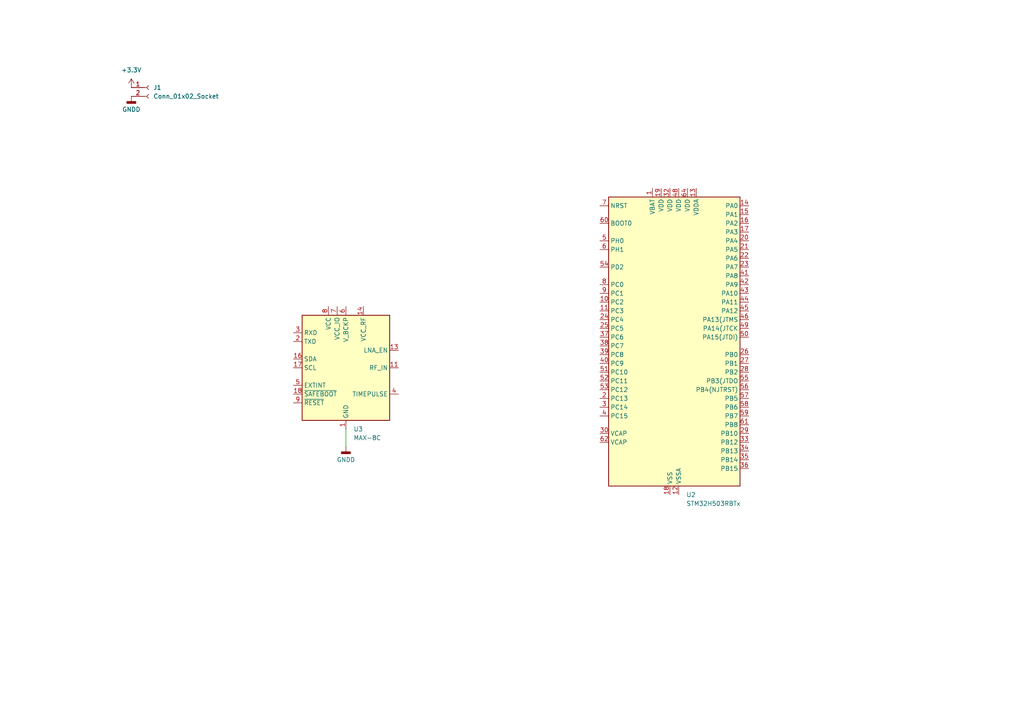
<source format=kicad_sch>
(kicad_sch (version 20231120) (generator "eeschema") (generator_version "8.0")
  (paper "A4")
  (title_block (title "SRAD Avionics") (rev "1") (company "Rowan Rocketry"))
  (lib_symbols
    (symbol "Connector:Conn_01x02_Socket" (pin_names (offset 1.016) hide)
      (property "Reference" "J" (at 0 2.54 0))
      (property "Value" "Conn_01x02_Socket" (at 0 -5.08 0))
      (symbol "Conn_01x02_Socket_1_1"
        (arc (start 0 -2.032) (mid -0.5058 -2.54) (end 0 -3.048) (stroke (width 0.1524)))
        (polyline (pts (xy -1.27 -2.54) (xy -0.508 -2.54)) (stroke (width 0.1524)))
        (polyline (pts (xy -1.27 0) (xy -0.508 0)) (stroke (width 0.1524)))
        (arc (start 0 0.508) (mid -0.5058 0) (end 0 -0.508) (stroke (width 0.1524)))
        (pin passive line (at -5.08 0 0) (length 3.81) (name "Pin_1") (number "1"))
        (pin passive line (at -5.08 -2.54 0) (length 3.81) (name "Pin_2") (number "2"))
      )
    )
    (symbol "MCU_ST_STM32H5:STM32H503RBTx"
      (property "Reference" "U" (at -17.78 44.45 0))
      (property "Value" "STM32H503RBTx" (at 10.16 44.45 0))
      (symbol "STM32H503RBTx_0_1"
        (rectangle (start -17.78 -40.64) (end 20.32 43.18) (stroke (width 0.254)) (fill (type background)))
      )
      (symbol "STM32H503RBTx_1_1"
        (pin power_in line (at -5.08 45.72 270) (length 2.54) (name "VBAT") (number "1"))
        (pin bidirectional line (at -20.32 12.7 0) (length 2.54) (name "PC2") (number "10"))
        (pin bidirectional line (at -20.32 10.16 0) (length 2.54) (name "PC3") (number "11"))
        (pin power_in line (at 2.54 -43.18 90) (length 2.54) (name "VSSA") (number "12"))
        (pin power_in line (at 7.62 45.72 270) (length 2.54) (name "VDDA") (number "13"))
        (pin bidirectional line (at 22.86 40.64 180) (length 2.54) (name "PA0") (number "14"))
        (pin bidirectional line (at 22.86 38.1 180) (length 2.54) (name "PA1") (number "15"))
        (pin bidirectional line (at 22.86 35.56 180) (length 2.54) (name "PA2") (number "16"))
        (pin bidirectional line (at 22.86 33.02 180) (length 2.54) (name "PA3") (number "17"))
        (pin power_in line (at 0 -43.18 90) (length 2.54) (name "VSS") (number "18"))
        (pin power_in line (at -2.54 45.72 270) (length 2.54) (name "VDD") (number "19"))
        (pin bidirectional line (at -20.32 -15.24 0) (length 2.54) (name "PC13") (number "2"))
        (pin bidirectional line (at 22.86 30.48 180) (length 2.54) (name "PA4") (number "20"))
        (pin bidirectional line (at 22.86 27.94 180) (length 2.54) (name "PA5") (number "21"))
        (pin bidirectional line (at 22.86 25.4 180) (length 2.54) (name "PA6") (number "22"))
        (pin bidirectional line (at 22.86 22.86 180) (length 2.54) (name "PA7") (number "23"))
        (pin bidirectional line (at -20.32 7.62 0) (length 2.54) (name "PC4") (number "24"))
        (pin bidirectional line (at -20.32 5.08 0) (length 2.54) (name "PC5") (number "25"))
        (pin bidirectional line (at 22.86 -2.54 180) (length 2.54) (name "PB0") (number "26"))
        (pin bidirectional line (at 22.86 -5.08 180) (length 2.54) (name "PB1") (number "27"))
        (pin bidirectional line (at 22.86 -7.62 180) (length 2.54) (name "PB2") (number "28"))
        (pin bidirectional line (at 22.86 -25.4 180) (length 2.54) (name "PB10") (number "29"))
        (pin bidirectional line (at -20.32 -17.78 0) (length 2.54) (name "PC14") (number "3"))
        (pin power_out line (at -20.32 -25.4 0) (length 2.54) (name "VCAP") (number "30"))
        (pin passive line (at 0 -43.18 90) (length 2.54) hide (name "VSS") (number "31"))
        (pin power_in line (at 0 45.72 270) (length 2.54) (name "VDD") (number "32"))
        (pin bidirectional line (at 22.86 -27.94 180) (length 2.54) (name "PB12") (number "33"))
        (pin bidirectional line (at 22.86 -30.48 180) (length 2.54) (name "PB13") (number "34"))
        (pin bidirectional line (at 22.86 -33.02 180) (length 2.54) (name "PB14") (number "35"))
        (pin bidirectional line (at 22.86 -35.56 180) (length 2.54) (name "PB15") (number "36"))
        (pin bidirectional line (at -20.32 2.54 0) (length 2.54) (name "PC6") (number "37"))
        (pin bidirectional line (at -20.32 0 0) (length 2.54) (name "PC7") (number "38"))
        (pin bidirectional line (at -20.32 -2.54 0) (length 2.54) (name "PC8") (number "39"))
        (pin bidirectional line (at -20.32 -20.32 0) (length 2.54) (name "PC15") (number "4"))
        (pin bidirectional line (at -20.32 -5.08 0) (length 2.54) (name "PC9") (number "40"))
        (pin bidirectional line (at 22.86 20.32 180) (length 2.54) (name "PA8") (number "41"))
        (pin bidirectional line (at 22.86 17.78 180) (length 2.54) (name "PA9") (number "42"))
        (pin bidirectional line (at 22.86 15.24 180) (length 2.54) (name "PA10") (number "43"))
        (pin bidirectional line (at 22.86 12.7 180) (length 2.54) (name "PA11") (number "44"))
        (pin bidirectional line (at 22.86 10.16 180) (length 2.54) (name "PA12") (number "45"))
        (pin bidirectional line (at 22.86 7.62 180) (length 2.54) (name "PA13(JTMS") (number "46"))
        (pin passive line (at 0 -43.18 90) (length 2.54) hide (name "VSS") (number "47"))
        (pin power_in line (at 2.54 45.72 270) (length 2.54) (name "VDD") (number "48"))
        (pin bidirectional line (at 22.86 5.08 180) (length 2.54) (name "PA14(JTCK") (number "49"))
        (pin bidirectional line (at -20.32 30.48 0) (length 2.54) (name "PH0") (number "5"))
        (pin bidirectional line (at 22.86 2.54 180) (length 2.54) (name "PA15(JTDI)") (number "50"))
        (pin bidirectional line (at -20.32 -7.62 0) (length 2.54) (name "PC10") (number "51"))
        (pin bidirectional line (at -20.32 -10.16 0) (length 2.54) (name "PC11") (number "52"))
        (pin bidirectional line (at -20.32 -12.7 0) (length 2.54) (name "PC12") (number "53"))
        (pin bidirectional line (at -20.32 22.86 0) (length 2.54) (name "PD2") (number "54"))
        (pin bidirectional line (at 22.86 -10.16 180) (length 2.54) (name "PB3(JTDO") (number "55"))
        (pin bidirectional line (at 22.86 -12.7 180) (length 2.54) (name "PB4(NJTRST)") (number "56"))
        (pin bidirectional line (at 22.86 -15.24 180) (length 2.54) (name "PB5") (number "57"))
        (pin bidirectional line (at 22.86 -17.78 180) (length 2.54) (name "PB6") (number "58"))
        (pin bidirectional line (at 22.86 -20.32 180) (length 2.54) (name "PB7") (number "59"))
        (pin bidirectional line (at -20.32 27.94 0) (length 2.54) (name "PH1") (number "6"))
        (pin input line (at -20.32 35.56 0) (length 2.54) (name "BOOT0") (number "60"))
        (pin bidirectional line (at 22.86 -22.86 180) (length 2.54) (name "PB8") (number "61"))
        (pin power_out line (at -20.32 -27.94 0) (length 2.54) (name "VCAP") (number "62"))
        (pin passive line (at 0 -43.18 90) (length 2.54) hide (name "VSS") (number "63"))
        (pin power_in line (at 5.08 45.72 270) (length 2.54) (name "VDD") (number "64"))
        (pin input line (at -20.32 40.64 0) (length 2.54) (name "NRST") (number "7"))
        (pin bidirectional line (at -20.32 17.78 0) (length 2.54) (name "PC0") (number "8"))
        (pin bidirectional line (at -20.32 15.24 0) (length 2.54) (name "PC1") (number "9"))
      )
    )
    (symbol "RF_GPS:MAX-8C"
      (property "Reference" "U" (at -10.16 16.51 0))
      (property "Value" "MAX-8C" (at 11.43 16.51 0))
      (symbol "MAX-8C_0_1"
        (rectangle (start 12.7 15.24) (end -12.7 -15.24) (stroke (width 0.254)) (fill (type background)))
      )
      (symbol "MAX-8C_1_1"
        (pin power_in line (at 0 -17.78 90) (length 2.54) (name "GND") (number "1"))
        (pin passive line (at 0 -17.78 90) (length 2.54) hide (name "GND") (number "10"))
        (pin input line (at 15.24 0 180) (length 2.54) (name "RF_IN") (number "11"))
        (pin passive line (at 0 -17.78 90) (length 2.54) hide (name "GND") (number "12"))
        (pin output line (at 15.24 5.08 180) (length 2.54) (name "LNA_EN") (number "13"))
        (pin power_out line (at 5.08 17.78 270) (length 2.54) (name "VCC_RF") (number "14"))
        (pin no_connect line (at 12.7 -5.08 180) (length 2.54) hide (name "Reserved") (number "15"))
        (pin bidirectional line (at -15.24 2.54 0) (length 2.54) (name "SDA") (number "16"))
        (pin input line (at -15.24 0 0) (length 2.54) (name "SCL") (number "17"))
        (pin input line (at -15.24 -7.62 0) (length 2.54) (name "~{SAFEBOOT}") (number "18"))
        (pin output line (at -15.24 7.62 0) (length 2.54) (name "TXD") (number "2"))
        (pin input line (at -15.24 10.16 0) (length 2.54) (name "RXD") (number "3"))
        (pin output line (at 15.24 -7.62 180) (length 2.54) (name "TIMEPULSE") (number "4"))
        (pin input line (at -15.24 -5.08 0) (length 2.54) (name "EXTINT") (number "5"))
        (pin power_in line (at 0 17.78 270) (length 2.54) (name "V_BCKP") (number "6"))
        (pin power_in line (at -2.54 17.78 270) (length 2.54) (name "VCC_IO") (number "7"))
        (pin power_in line (at -5.08 17.78 270) (length 2.54) (name "VCC") (number "8"))
        (pin input line (at -15.24 -10.16 0) (length 2.54) (name "~{RESET}") (number "9"))
      )
    )
    (symbol "power:+3.3V" (power) (pin_numbers hide) (pin_names (offset 0) hide)
      (property "Value" "+3.3V" (at 0 3.556 0))
      (symbol "+3.3V_0_1"
        (polyline (pts (xy -0.762 1.27) (xy 0 2.54)))
        (polyline (pts (xy 0 0) (xy 0 2.54)))
        (polyline (pts (xy 0 2.54) (xy 0.762 1.27)))
      )
      (symbol "+3.3V_1_1"
        (pin power_in line (at 0 0 90) (length 0) (name "~") (number "1"))
      )
    )
    (symbol "power:GNDD" (power) (pin_numbers hide) (pin_names (offset 0) hide)
      (property "Value" "GNDD" (at 0 -3.175 0))
      (symbol "GNDD_0_1"
        (rectangle (start -1.27 -1.524) (end 1.27 -2.032) (stroke (width 0.254)) (fill (type outline)))
        (polyline (pts (xy 0 0) (xy 0 -1.524)))
      )
      (symbol "GNDD_1_1"
        (pin power_in line (at 0 0 270) (length 0) (name "~") (number "1"))
      )
    )
  )
  (wire (pts (xy 100.33 129.54) (xy 100.33 124.46)))
  (symbol (lib_id "power:+3.3V") (at 38.1 25.4 0) (unit 1)
    (property "Reference" "#PWR06" (effects (hide yes)))
    (property "Value" "+3.3V" (at 38.1 20.32 0))
    (property "Description" "Power symbol creates a global label with name \"+3.3V\"" (effects (hide yes)))
  )
  (symbol (lib_id "power:GNDD") (at 38.1 27.94 0) (unit 1)
    (property "Reference" "#PWR05" (effects (hide yes)))
    (property "Value" "GNDD" (at 38.1 31.75 0))
    (property "Description" "Power symbol creates a global label with name \"GNDD\" , digital ground" (effects (hide yes)))
  )
  (symbol (lib_id "Connector:Conn_01x02_Socket") (at 43.18 25.4 0) (unit 1)
    (property "Reference" "J1" (at 44.45 25.3999 0) (effects (justify left)))
    (property "Value" "Conn_01x02_Socket" (at 44.45 27.9399 0) (effects (justify left)))
    (property "Footprint" "TerminalBlock_Phoenix:TerminalBlock_Phoenix_MKDS-1,5-2-5.08_1x02_P5.08mm_Horizontal" (effects (hide yes)))
    (property "Description" "Generic connector, single row, 01x02, script generated" (effects (hide yes)))
  )
  (symbol (lib_id "MCU_ST_STM32H5:STM32H503RBTx") (at 194.31 100.33 0) (unit 1)
    (property "Reference" "U2" (at 199.0441 143.51 0) (effects (justify left)))
    (property "Value" "STM32H503RBTx" (at 199.0441 146.05 0) (effects (justify left)))
    (property "Footprint" "Package_QFP:LQFP-64_10x10mm_P0.5mm" (effects (hide yes)))
    (property "Datasheet" "https://www.st.com/resource/en/datasheet/stm32h503rb.pdf" (effects (hide yes)))
    (property "Description" "STMicroelectronics Arm Cortex-M33 MCU, 128KB flash, 32KB RAM, 250 MHz, 49 GPIO, LQFP64" (effects (hide yes)))
  )
  (symbol (lib_id "RF_GPS:MAX-8C") (at 100.33 106.68 0) (unit 1)
    (property "Reference" "U3" (at 102.5241 124.46 0) (effects (justify left)))
    (property "Value" "MAX-8C" (at 102.5241 127 0) (effects (justify left)))
    (property "Footprint" "RF_GPS:ublox_MAX" (effects (hide yes)))
    (property "Datasheet" "https://www.u-blox.com/sites/default/files/MAX-8_DataSheet_%28UBX-16000093%29.pdf" (effects (hide yes)))
    (property "Description" "GNSS Module MAX M8, VCC 1.65V to 3.6V" (effects (hide yes)))
  )
  (symbol (lib_id "power:GNDD") (at 100.33 129.54 0) (unit 1)
    (property "Reference" "#PWR01" (effects (hide yes)))
    (property "Value" "GNDD" (at 100.33 133.35 0))
    (property "Description" "Power symbol creates a global label with name \"GNDD\" , digital ground" (effects (hide yes)))
  )
)
</source>
